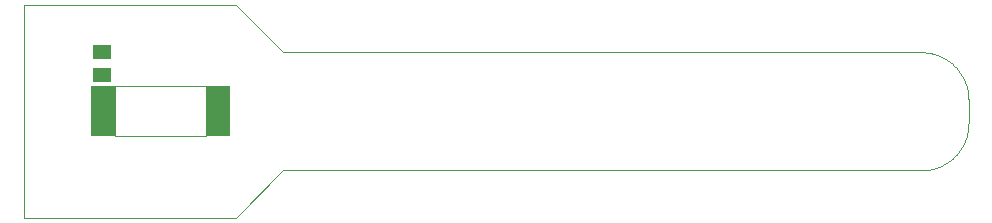
<source format=gbp>
G04 EAGLE Gerber RS-274X export*
G75*
%MOMM*%
%FSLAX34Y34*%
%LPD*%
%INSolder paste bottom*%
%IPPOS*%
%AMOC8*
5,1,8,0,0,1.08239X$1,22.5*%
G01*
%ADD10C,0.000000*%
%ADD11R,1.500000X1.300000*%
%ADD12R,2.000000X4.200000*%


D10*
X0Y0D02*
X180000Y0D01*
X220000Y40000D02*
X760000Y40000D01*
X760967Y40012D01*
X761933Y40047D01*
X762897Y40105D01*
X763861Y40187D01*
X764821Y40292D01*
X765780Y40420D01*
X766734Y40571D01*
X767685Y40745D01*
X768631Y40942D01*
X769573Y41162D01*
X770508Y41405D01*
X771438Y41670D01*
X772361Y41958D01*
X773276Y42268D01*
X774184Y42599D01*
X775084Y42953D01*
X775975Y43328D01*
X776856Y43725D01*
X777728Y44143D01*
X778589Y44582D01*
X779439Y45041D01*
X780278Y45521D01*
X781106Y46021D01*
X781921Y46541D01*
X782723Y47081D01*
X783511Y47639D01*
X784287Y48217D01*
X785047Y48813D01*
X785794Y49427D01*
X786525Y50060D01*
X787241Y50709D01*
X787940Y51376D01*
X788624Y52060D01*
X789291Y52759D01*
X789940Y53475D01*
X790573Y54206D01*
X791187Y54953D01*
X791783Y55713D01*
X792361Y56489D01*
X792919Y57277D01*
X793459Y58079D01*
X793979Y58894D01*
X794479Y59722D01*
X794959Y60561D01*
X795418Y61411D01*
X795857Y62272D01*
X796275Y63144D01*
X796672Y64025D01*
X797047Y64916D01*
X797401Y65816D01*
X797732Y66724D01*
X798042Y67639D01*
X798330Y68562D01*
X798595Y69492D01*
X798838Y70427D01*
X799058Y71369D01*
X799255Y72315D01*
X799429Y73266D01*
X799580Y74220D01*
X799708Y75179D01*
X799813Y76139D01*
X799895Y77103D01*
X799953Y78067D01*
X799988Y79033D01*
X800000Y80000D01*
X800000Y100000D01*
X799988Y100967D01*
X799953Y101933D01*
X799895Y102897D01*
X799813Y103861D01*
X799708Y104821D01*
X799580Y105780D01*
X799429Y106734D01*
X799255Y107685D01*
X799058Y108631D01*
X798838Y109573D01*
X798595Y110508D01*
X798330Y111438D01*
X798042Y112361D01*
X797732Y113276D01*
X797401Y114184D01*
X797047Y115084D01*
X796672Y115975D01*
X796275Y116856D01*
X795857Y117728D01*
X795418Y118589D01*
X794959Y119439D01*
X794479Y120278D01*
X793979Y121106D01*
X793459Y121921D01*
X792919Y122723D01*
X792361Y123511D01*
X791783Y124287D01*
X791187Y125047D01*
X790573Y125794D01*
X789940Y126525D01*
X789291Y127241D01*
X788624Y127940D01*
X787940Y128624D01*
X787241Y129291D01*
X786525Y129940D01*
X785794Y130573D01*
X785047Y131187D01*
X784287Y131783D01*
X783511Y132361D01*
X782723Y132919D01*
X781921Y133459D01*
X781106Y133979D01*
X780278Y134479D01*
X779439Y134959D01*
X778589Y135418D01*
X777728Y135857D01*
X776856Y136275D01*
X775975Y136672D01*
X775084Y137047D01*
X774184Y137401D01*
X773276Y137732D01*
X772361Y138042D01*
X771438Y138330D01*
X770508Y138595D01*
X769573Y138838D01*
X768631Y139058D01*
X767685Y139255D01*
X766734Y139429D01*
X765780Y139580D01*
X764821Y139708D01*
X763861Y139813D01*
X762897Y139895D01*
X761933Y139953D01*
X760967Y139988D01*
X760000Y140000D01*
X220000Y140000D01*
X180000Y180000D02*
X0Y180000D01*
X0Y0D01*
X180000Y180000D02*
X220000Y140000D01*
X220000Y40000D02*
X180000Y0D01*
D11*
X66060Y140060D03*
X66060Y121060D03*
D10*
X77620Y69150D02*
X154620Y69150D01*
X154620Y111150D01*
X77620Y111150D01*
X77620Y69150D01*
D12*
X67620Y90150D03*
X164620Y90150D03*
M02*

</source>
